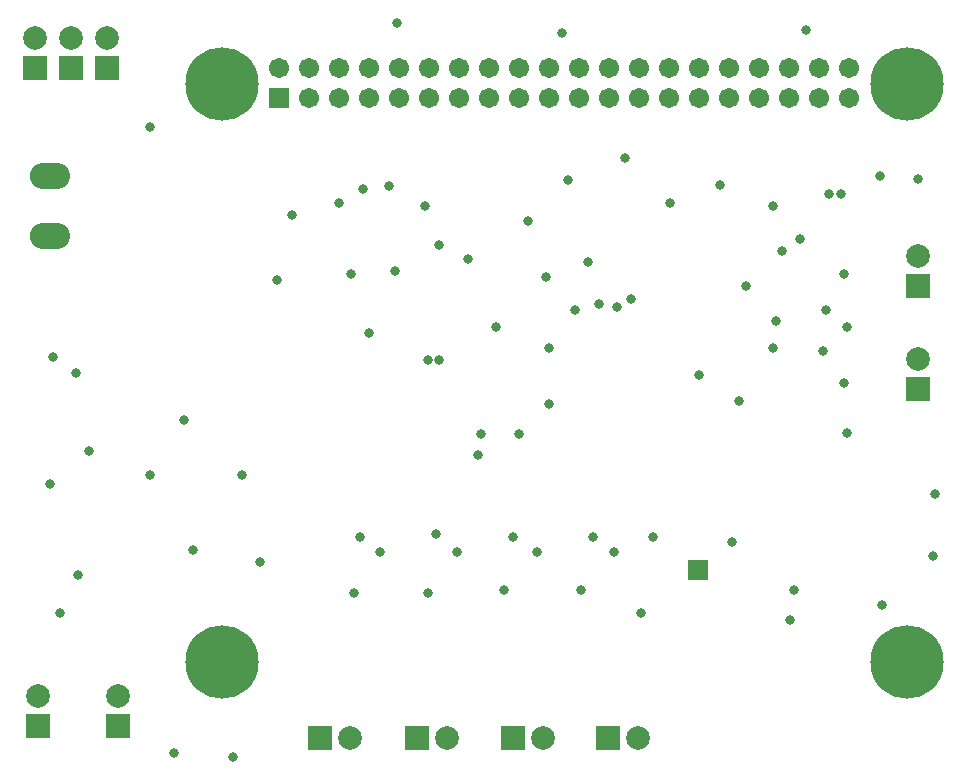
<source format=gbs>
G04 Layer_Color=16711935*
%FSLAX25Y25*%
%MOIN*%
G70*
G01*
G75*
%ADD68O,0.13398X0.08674*%
%ADD69R,0.07887X0.07887*%
%ADD70C,0.07887*%
%ADD71R,0.07887X0.07887*%
%ADD72C,0.24422*%
%ADD73C,0.06706*%
%ADD74R,0.06706X0.06706*%
%ADD75R,0.06800X0.06800*%
%ADD76C,0.03162*%
D68*
X64961Y336457D02*
D03*
Y356457D02*
D03*
D69*
X219409Y169291D02*
D03*
X250984D02*
D03*
X187402Y169291D02*
D03*
X155118Y169291D02*
D03*
D70*
X229410D02*
D03*
X260984D02*
D03*
X197402Y169291D02*
D03*
X165118Y169291D02*
D03*
X87598Y183071D02*
D03*
X61024D02*
D03*
X354331Y329803D02*
D03*
Y295433D02*
D03*
X84041Y402638D02*
D03*
X72040Y402638D02*
D03*
X60039D02*
D03*
D71*
X87598Y173071D02*
D03*
X61024D02*
D03*
X354331Y319803D02*
D03*
Y285433D02*
D03*
X84041Y392638D02*
D03*
X72040Y392638D02*
D03*
X60039D02*
D03*
D72*
X350906Y194441D02*
D03*
Y387354D02*
D03*
X122559Y194441D02*
D03*
Y387354D02*
D03*
D73*
X301500Y382400D02*
D03*
Y392400D02*
D03*
X311500Y382400D02*
D03*
Y392400D02*
D03*
X321500Y382400D02*
D03*
Y392400D02*
D03*
X331500Y382400D02*
D03*
Y392400D02*
D03*
X291500D02*
D03*
Y382400D02*
D03*
X281500Y392400D02*
D03*
Y382400D02*
D03*
X271500Y392400D02*
D03*
Y382400D02*
D03*
X261500Y392400D02*
D03*
Y382400D02*
D03*
X251500Y392400D02*
D03*
Y382400D02*
D03*
X241500Y392400D02*
D03*
Y382400D02*
D03*
X231500Y392400D02*
D03*
Y382400D02*
D03*
X221500Y392400D02*
D03*
Y382400D02*
D03*
X211500Y392400D02*
D03*
Y382400D02*
D03*
X201500Y392400D02*
D03*
Y382400D02*
D03*
X191500Y392400D02*
D03*
Y382400D02*
D03*
X181500Y392400D02*
D03*
Y382400D02*
D03*
X171500Y392400D02*
D03*
Y382400D02*
D03*
X161500Y392400D02*
D03*
Y382400D02*
D03*
X151500Y392400D02*
D03*
Y382400D02*
D03*
X141500Y392400D02*
D03*
D74*
Y382400D02*
D03*
D75*
X281200Y225100D02*
D03*
D76*
X307087Y308071D02*
D03*
X306102Y346457D02*
D03*
X194882Y333661D02*
D03*
X224410Y341535D02*
D03*
X64961Y253937D02*
D03*
X65945Y296260D02*
D03*
X190945Y295276D02*
D03*
X194882D02*
D03*
X140748Y321850D02*
D03*
X180118Y324803D02*
D03*
X161417Y347441D02*
D03*
X128937Y256890D02*
D03*
X98425D02*
D03*
X171260Y304134D02*
D03*
X189961Y346457D02*
D03*
X178150Y353346D02*
D03*
X169291Y352362D02*
D03*
X145669Y343504D02*
D03*
X342520Y213583D02*
D03*
X312992Y218504D02*
D03*
X253937Y312992D02*
D03*
X258858Y315531D02*
D03*
X248031Y313976D02*
D03*
X231299Y299213D02*
D03*
Y280512D02*
D03*
X271654Y347441D02*
D03*
X230315Y322835D02*
D03*
X297244Y319882D02*
D03*
X281496Y290354D02*
D03*
X240158Y312008D02*
D03*
X330709Y306102D02*
D03*
X328740Y350394D02*
D03*
X329724Y323819D02*
D03*
X314961Y335630D02*
D03*
X324803Y350394D02*
D03*
X323819Y312008D02*
D03*
X322835Y298228D02*
D03*
X329724Y287402D02*
D03*
X306102Y299213D02*
D03*
X309055Y331693D02*
D03*
X252953Y231299D02*
D03*
X227362D02*
D03*
X216535Y218504D02*
D03*
X242126D02*
D03*
X246063Y236221D02*
D03*
X219488D02*
D03*
X193898Y237205D02*
D03*
X200787Y231299D02*
D03*
X190945Y217520D02*
D03*
X166339D02*
D03*
X168307Y236221D02*
D03*
X175197Y231299D02*
D03*
X98425Y373031D02*
D03*
X165354Y323819D02*
D03*
X204331Y328740D02*
D03*
X244488Y327953D02*
D03*
X68504Y211024D02*
D03*
X106299Y164173D02*
D03*
X125984Y162992D02*
D03*
X112598Y231890D02*
D03*
X207874Y263386D02*
D03*
X208661Y270472D02*
D03*
X266142Y236221D02*
D03*
X262205Y211024D02*
D03*
X311811Y208661D02*
D03*
X330709Y270866D02*
D03*
X360236Y250394D02*
D03*
X359449Y229921D02*
D03*
X294882Y281496D02*
D03*
X354331Y355512D02*
D03*
X341732Y356693D02*
D03*
X237795Y355118D02*
D03*
X288583Y353543D02*
D03*
X213779Y306299D02*
D03*
X135039Y227953D02*
D03*
X316929Y405118D02*
D03*
X235827Y404331D02*
D03*
X180709Y407480D02*
D03*
X77953Y264961D02*
D03*
X73622Y290945D02*
D03*
X109843Y275197D02*
D03*
X292520Y234646D02*
D03*
X74410Y223622D02*
D03*
X256693Y362598D02*
D03*
X221260Y270472D02*
D03*
M02*

</source>
